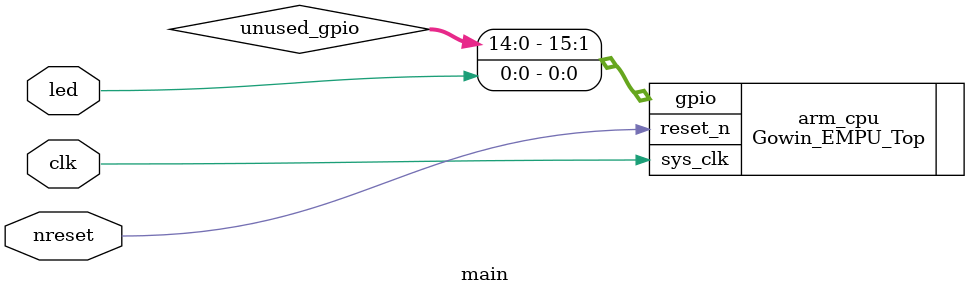
<source format=v>
module main
#(parameter
RESET_BIT = 28
)
(
    input wire clk,
    input wire nreset,
    inout wire led
);
    wire [14:0] unused_gpio;

	Gowin_EMPU_Top arm_cpu(
		.sys_clk(clk), //input sys_clk
		.gpio({unused_gpio, led}), //inout [15:0] gpio
		.reset_n(nreset) //input reset_n
	);

endmodule

</source>
